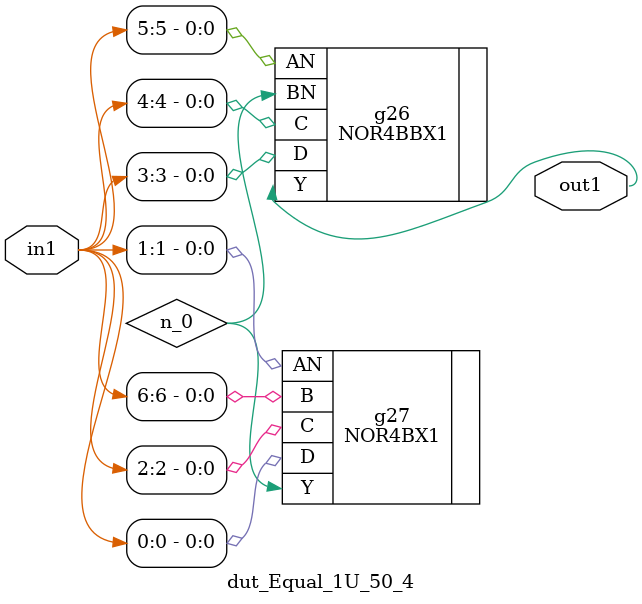
<source format=v>
`timescale 1ps / 1ps


module dut_Equal_1U_50_4(in1, out1);
  input [6:0] in1;
  output out1;
  wire [6:0] in1;
  wire out1;
  wire n_0;
  NOR4BBX1 g26(.AN (in1[5]), .BN (n_0), .C (in1[4]), .D (in1[3]), .Y
       (out1));
  NOR4BX1 g27(.AN (in1[1]), .B (in1[6]), .C (in1[2]), .D (in1[0]), .Y
       (n_0));
endmodule



</source>
